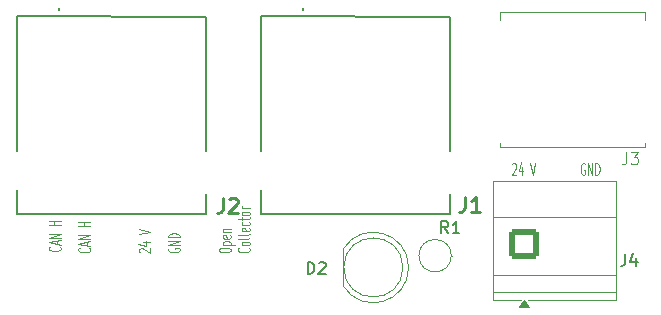
<source format=gbr>
G04 #@! TF.GenerationSoftware,KiCad,Pcbnew,9.0.1*
G04 #@! TF.CreationDate,2025-11-10T23:51:25+01:00*
G04 #@! TF.ProjectId,CAN Tram Adapter,43414e20-5472-4616-9d20-416461707465,rev?*
G04 #@! TF.SameCoordinates,Original*
G04 #@! TF.FileFunction,Legend,Top*
G04 #@! TF.FilePolarity,Positive*
%FSLAX46Y46*%
G04 Gerber Fmt 4.6, Leading zero omitted, Abs format (unit mm)*
G04 Created by KiCad (PCBNEW 9.0.1) date 2025-11-10 23:51:25*
%MOMM*%
%LPD*%
G01*
G04 APERTURE LIST*
G04 Aperture macros list*
%AMRoundRect*
0 Rectangle with rounded corners*
0 $1 Rounding radius*
0 $2 $3 $4 $5 $6 $7 $8 $9 X,Y pos of 4 corners*
0 Add a 4 corners polygon primitive as box body*
4,1,4,$2,$3,$4,$5,$6,$7,$8,$9,$2,$3,0*
0 Add four circle primitives for the rounded corners*
1,1,$1+$1,$2,$3*
1,1,$1+$1,$4,$5*
1,1,$1+$1,$6,$7*
1,1,$1+$1,$8,$9*
0 Add four rect primitives between the rounded corners*
20,1,$1+$1,$2,$3,$4,$5,0*
20,1,$1+$1,$4,$5,$6,$7,0*
20,1,$1+$1,$6,$7,$8,$9,0*
20,1,$1+$1,$8,$9,$2,$3,0*%
G04 Aperture macros list end*
%ADD10C,0.100000*%
%ADD11C,0.254000*%
%ADD12C,0.150000*%
%ADD13C,0.200000*%
%ADD14C,0.120000*%
%ADD15R,1.700000X1.700000*%
%ADD16C,1.700000*%
%ADD17C,3.200000*%
%ADD18C,2.550000*%
%ADD19C,1.400000*%
%ADD20R,1.400000X1.400000*%
%ADD21C,1.800000*%
%ADD22C,1.000000*%
%ADD23C,1.600000*%
%ADD24O,1.600000X1.600000*%
%ADD25RoundRect,0.250000X-1.050000X-1.050000X1.050000X-1.050000X1.050000X1.050000X-1.050000X1.050000X0*%
%ADD26C,2.600000*%
%ADD27R,1.800000X1.800000*%
G04 APERTURE END LIST*
D10*
X128122931Y-80705038D02*
X128065789Y-80657419D01*
X128065789Y-80657419D02*
X127980074Y-80657419D01*
X127980074Y-80657419D02*
X127894360Y-80705038D01*
X127894360Y-80705038D02*
X127837217Y-80800276D01*
X127837217Y-80800276D02*
X127808646Y-80895514D01*
X127808646Y-80895514D02*
X127780074Y-81085990D01*
X127780074Y-81085990D02*
X127780074Y-81228847D01*
X127780074Y-81228847D02*
X127808646Y-81419323D01*
X127808646Y-81419323D02*
X127837217Y-81514561D01*
X127837217Y-81514561D02*
X127894360Y-81609800D01*
X127894360Y-81609800D02*
X127980074Y-81657419D01*
X127980074Y-81657419D02*
X128037217Y-81657419D01*
X128037217Y-81657419D02*
X128122931Y-81609800D01*
X128122931Y-81609800D02*
X128151503Y-81562180D01*
X128151503Y-81562180D02*
X128151503Y-81228847D01*
X128151503Y-81228847D02*
X128037217Y-81228847D01*
X128408646Y-81657419D02*
X128408646Y-80657419D01*
X128408646Y-80657419D02*
X128751503Y-81657419D01*
X128751503Y-81657419D02*
X128751503Y-80657419D01*
X129037217Y-81657419D02*
X129037217Y-80657419D01*
X129037217Y-80657419D02*
X129180074Y-80657419D01*
X129180074Y-80657419D02*
X129265788Y-80705038D01*
X129265788Y-80705038D02*
X129322931Y-80800276D01*
X129322931Y-80800276D02*
X129351502Y-80895514D01*
X129351502Y-80895514D02*
X129380074Y-81085990D01*
X129380074Y-81085990D02*
X129380074Y-81228847D01*
X129380074Y-81228847D02*
X129351502Y-81419323D01*
X129351502Y-81419323D02*
X129322931Y-81514561D01*
X129322931Y-81514561D02*
X129265788Y-81609800D01*
X129265788Y-81609800D02*
X129180074Y-81657419D01*
X129180074Y-81657419D02*
X129037217Y-81657419D01*
X121980074Y-80752657D02*
X122008646Y-80705038D01*
X122008646Y-80705038D02*
X122065789Y-80657419D01*
X122065789Y-80657419D02*
X122208646Y-80657419D01*
X122208646Y-80657419D02*
X122265789Y-80705038D01*
X122265789Y-80705038D02*
X122294360Y-80752657D01*
X122294360Y-80752657D02*
X122322931Y-80847895D01*
X122322931Y-80847895D02*
X122322931Y-80943133D01*
X122322931Y-80943133D02*
X122294360Y-81085990D01*
X122294360Y-81085990D02*
X121951503Y-81657419D01*
X121951503Y-81657419D02*
X122322931Y-81657419D01*
X122837218Y-80990752D02*
X122837218Y-81657419D01*
X122694360Y-80609800D02*
X122551503Y-81324085D01*
X122551503Y-81324085D02*
X122922932Y-81324085D01*
X123522932Y-80657419D02*
X123722932Y-81657419D01*
X123722932Y-81657419D02*
X123922932Y-80657419D01*
X97152447Y-88077068D02*
X97152447Y-87962782D01*
X97152447Y-87962782D02*
X97200066Y-87905639D01*
X97200066Y-87905639D02*
X97295304Y-87848496D01*
X97295304Y-87848496D02*
X97485780Y-87819925D01*
X97485780Y-87819925D02*
X97819113Y-87819925D01*
X97819113Y-87819925D02*
X98009589Y-87848496D01*
X98009589Y-87848496D02*
X98104828Y-87905639D01*
X98104828Y-87905639D02*
X98152447Y-87962782D01*
X98152447Y-87962782D02*
X98152447Y-88077068D01*
X98152447Y-88077068D02*
X98104828Y-88134211D01*
X98104828Y-88134211D02*
X98009589Y-88191353D01*
X98009589Y-88191353D02*
X97819113Y-88219925D01*
X97819113Y-88219925D02*
X97485780Y-88219925D01*
X97485780Y-88219925D02*
X97295304Y-88191353D01*
X97295304Y-88191353D02*
X97200066Y-88134211D01*
X97200066Y-88134211D02*
X97152447Y-88077068D01*
X97485780Y-87562782D02*
X98485780Y-87562782D01*
X97533399Y-87562782D02*
X97485780Y-87505640D01*
X97485780Y-87505640D02*
X97485780Y-87391354D01*
X97485780Y-87391354D02*
X97533399Y-87334211D01*
X97533399Y-87334211D02*
X97581018Y-87305640D01*
X97581018Y-87305640D02*
X97676256Y-87277068D01*
X97676256Y-87277068D02*
X97961970Y-87277068D01*
X97961970Y-87277068D02*
X98057208Y-87305640D01*
X98057208Y-87305640D02*
X98104828Y-87334211D01*
X98104828Y-87334211D02*
X98152447Y-87391354D01*
X98152447Y-87391354D02*
X98152447Y-87505640D01*
X98152447Y-87505640D02*
X98104828Y-87562782D01*
X98104828Y-86791354D02*
X98152447Y-86848497D01*
X98152447Y-86848497D02*
X98152447Y-86962783D01*
X98152447Y-86962783D02*
X98104828Y-87019925D01*
X98104828Y-87019925D02*
X98009589Y-87048497D01*
X98009589Y-87048497D02*
X97628637Y-87048497D01*
X97628637Y-87048497D02*
X97533399Y-87019925D01*
X97533399Y-87019925D02*
X97485780Y-86962783D01*
X97485780Y-86962783D02*
X97485780Y-86848497D01*
X97485780Y-86848497D02*
X97533399Y-86791354D01*
X97533399Y-86791354D02*
X97628637Y-86762783D01*
X97628637Y-86762783D02*
X97723875Y-86762783D01*
X97723875Y-86762783D02*
X97819113Y-87048497D01*
X97485780Y-86505639D02*
X98152447Y-86505639D01*
X97581018Y-86505639D02*
X97533399Y-86477068D01*
X97533399Y-86477068D02*
X97485780Y-86419925D01*
X97485780Y-86419925D02*
X97485780Y-86334211D01*
X97485780Y-86334211D02*
X97533399Y-86277068D01*
X97533399Y-86277068D02*
X97628637Y-86248497D01*
X97628637Y-86248497D02*
X98152447Y-86248497D01*
X99667152Y-87848496D02*
X99714772Y-87877068D01*
X99714772Y-87877068D02*
X99762391Y-87962782D01*
X99762391Y-87962782D02*
X99762391Y-88019925D01*
X99762391Y-88019925D02*
X99714772Y-88105639D01*
X99714772Y-88105639D02*
X99619533Y-88162782D01*
X99619533Y-88162782D02*
X99524295Y-88191353D01*
X99524295Y-88191353D02*
X99333819Y-88219925D01*
X99333819Y-88219925D02*
X99190962Y-88219925D01*
X99190962Y-88219925D02*
X99000486Y-88191353D01*
X99000486Y-88191353D02*
X98905248Y-88162782D01*
X98905248Y-88162782D02*
X98810010Y-88105639D01*
X98810010Y-88105639D02*
X98762391Y-88019925D01*
X98762391Y-88019925D02*
X98762391Y-87962782D01*
X98762391Y-87962782D02*
X98810010Y-87877068D01*
X98810010Y-87877068D02*
X98857629Y-87848496D01*
X99762391Y-87505639D02*
X99714772Y-87562782D01*
X99714772Y-87562782D02*
X99667152Y-87591353D01*
X99667152Y-87591353D02*
X99571914Y-87619925D01*
X99571914Y-87619925D02*
X99286200Y-87619925D01*
X99286200Y-87619925D02*
X99190962Y-87591353D01*
X99190962Y-87591353D02*
X99143343Y-87562782D01*
X99143343Y-87562782D02*
X99095724Y-87505639D01*
X99095724Y-87505639D02*
X99095724Y-87419925D01*
X99095724Y-87419925D02*
X99143343Y-87362782D01*
X99143343Y-87362782D02*
X99190962Y-87334211D01*
X99190962Y-87334211D02*
X99286200Y-87305639D01*
X99286200Y-87305639D02*
X99571914Y-87305639D01*
X99571914Y-87305639D02*
X99667152Y-87334211D01*
X99667152Y-87334211D02*
X99714772Y-87362782D01*
X99714772Y-87362782D02*
X99762391Y-87419925D01*
X99762391Y-87419925D02*
X99762391Y-87505639D01*
X99762391Y-86962782D02*
X99714772Y-87019925D01*
X99714772Y-87019925D02*
X99619533Y-87048496D01*
X99619533Y-87048496D02*
X98762391Y-87048496D01*
X99762391Y-86648496D02*
X99714772Y-86705639D01*
X99714772Y-86705639D02*
X99619533Y-86734210D01*
X99619533Y-86734210D02*
X98762391Y-86734210D01*
X99714772Y-86191353D02*
X99762391Y-86248496D01*
X99762391Y-86248496D02*
X99762391Y-86362782D01*
X99762391Y-86362782D02*
X99714772Y-86419924D01*
X99714772Y-86419924D02*
X99619533Y-86448496D01*
X99619533Y-86448496D02*
X99238581Y-86448496D01*
X99238581Y-86448496D02*
X99143343Y-86419924D01*
X99143343Y-86419924D02*
X99095724Y-86362782D01*
X99095724Y-86362782D02*
X99095724Y-86248496D01*
X99095724Y-86248496D02*
X99143343Y-86191353D01*
X99143343Y-86191353D02*
X99238581Y-86162782D01*
X99238581Y-86162782D02*
X99333819Y-86162782D01*
X99333819Y-86162782D02*
X99429057Y-86448496D01*
X99714772Y-85648496D02*
X99762391Y-85705638D01*
X99762391Y-85705638D02*
X99762391Y-85819924D01*
X99762391Y-85819924D02*
X99714772Y-85877067D01*
X99714772Y-85877067D02*
X99667152Y-85905638D01*
X99667152Y-85905638D02*
X99571914Y-85934210D01*
X99571914Y-85934210D02*
X99286200Y-85934210D01*
X99286200Y-85934210D02*
X99190962Y-85905638D01*
X99190962Y-85905638D02*
X99143343Y-85877067D01*
X99143343Y-85877067D02*
X99095724Y-85819924D01*
X99095724Y-85819924D02*
X99095724Y-85705638D01*
X99095724Y-85705638D02*
X99143343Y-85648496D01*
X99095724Y-85477067D02*
X99095724Y-85248495D01*
X98762391Y-85391352D02*
X99619533Y-85391352D01*
X99619533Y-85391352D02*
X99714772Y-85362781D01*
X99714772Y-85362781D02*
X99762391Y-85305638D01*
X99762391Y-85305638D02*
X99762391Y-85248495D01*
X99762391Y-84962781D02*
X99714772Y-85019924D01*
X99714772Y-85019924D02*
X99667152Y-85048495D01*
X99667152Y-85048495D02*
X99571914Y-85077067D01*
X99571914Y-85077067D02*
X99286200Y-85077067D01*
X99286200Y-85077067D02*
X99190962Y-85048495D01*
X99190962Y-85048495D02*
X99143343Y-85019924D01*
X99143343Y-85019924D02*
X99095724Y-84962781D01*
X99095724Y-84962781D02*
X99095724Y-84877067D01*
X99095724Y-84877067D02*
X99143343Y-84819924D01*
X99143343Y-84819924D02*
X99190962Y-84791353D01*
X99190962Y-84791353D02*
X99286200Y-84762781D01*
X99286200Y-84762781D02*
X99571914Y-84762781D01*
X99571914Y-84762781D02*
X99667152Y-84791353D01*
X99667152Y-84791353D02*
X99714772Y-84819924D01*
X99714772Y-84819924D02*
X99762391Y-84877067D01*
X99762391Y-84877067D02*
X99762391Y-84962781D01*
X99762391Y-84505638D02*
X99095724Y-84505638D01*
X99286200Y-84505638D02*
X99190962Y-84477067D01*
X99190962Y-84477067D02*
X99143343Y-84448496D01*
X99143343Y-84448496D02*
X99095724Y-84391353D01*
X99095724Y-84391353D02*
X99095724Y-84334210D01*
X92905038Y-87877068D02*
X92857419Y-87934211D01*
X92857419Y-87934211D02*
X92857419Y-88019925D01*
X92857419Y-88019925D02*
X92905038Y-88105639D01*
X92905038Y-88105639D02*
X93000276Y-88162782D01*
X93000276Y-88162782D02*
X93095514Y-88191353D01*
X93095514Y-88191353D02*
X93285990Y-88219925D01*
X93285990Y-88219925D02*
X93428847Y-88219925D01*
X93428847Y-88219925D02*
X93619323Y-88191353D01*
X93619323Y-88191353D02*
X93714561Y-88162782D01*
X93714561Y-88162782D02*
X93809800Y-88105639D01*
X93809800Y-88105639D02*
X93857419Y-88019925D01*
X93857419Y-88019925D02*
X93857419Y-87962782D01*
X93857419Y-87962782D02*
X93809800Y-87877068D01*
X93809800Y-87877068D02*
X93762180Y-87848496D01*
X93762180Y-87848496D02*
X93428847Y-87848496D01*
X93428847Y-87848496D02*
X93428847Y-87962782D01*
X93857419Y-87591353D02*
X92857419Y-87591353D01*
X92857419Y-87591353D02*
X93857419Y-87248496D01*
X93857419Y-87248496D02*
X92857419Y-87248496D01*
X93857419Y-86962782D02*
X92857419Y-86962782D01*
X92857419Y-86962782D02*
X92857419Y-86819925D01*
X92857419Y-86819925D02*
X92905038Y-86734211D01*
X92905038Y-86734211D02*
X93000276Y-86677068D01*
X93000276Y-86677068D02*
X93095514Y-86648497D01*
X93095514Y-86648497D02*
X93285990Y-86619925D01*
X93285990Y-86619925D02*
X93428847Y-86619925D01*
X93428847Y-86619925D02*
X93619323Y-86648497D01*
X93619323Y-86648497D02*
X93714561Y-86677068D01*
X93714561Y-86677068D02*
X93809800Y-86734211D01*
X93809800Y-86734211D02*
X93857419Y-86819925D01*
X93857419Y-86819925D02*
X93857419Y-86962782D01*
X90452657Y-88219925D02*
X90405038Y-88191353D01*
X90405038Y-88191353D02*
X90357419Y-88134211D01*
X90357419Y-88134211D02*
X90357419Y-87991353D01*
X90357419Y-87991353D02*
X90405038Y-87934211D01*
X90405038Y-87934211D02*
X90452657Y-87905639D01*
X90452657Y-87905639D02*
X90547895Y-87877068D01*
X90547895Y-87877068D02*
X90643133Y-87877068D01*
X90643133Y-87877068D02*
X90785990Y-87905639D01*
X90785990Y-87905639D02*
X91357419Y-88248496D01*
X91357419Y-88248496D02*
X91357419Y-87877068D01*
X90690752Y-87362782D02*
X91357419Y-87362782D01*
X90309800Y-87505639D02*
X91024085Y-87648496D01*
X91024085Y-87648496D02*
X91024085Y-87277067D01*
X90357419Y-86677067D02*
X91357419Y-86477067D01*
X91357419Y-86477067D02*
X90357419Y-86277067D01*
X86162180Y-87848496D02*
X86209800Y-87877068D01*
X86209800Y-87877068D02*
X86257419Y-87962782D01*
X86257419Y-87962782D02*
X86257419Y-88019925D01*
X86257419Y-88019925D02*
X86209800Y-88105639D01*
X86209800Y-88105639D02*
X86114561Y-88162782D01*
X86114561Y-88162782D02*
X86019323Y-88191353D01*
X86019323Y-88191353D02*
X85828847Y-88219925D01*
X85828847Y-88219925D02*
X85685990Y-88219925D01*
X85685990Y-88219925D02*
X85495514Y-88191353D01*
X85495514Y-88191353D02*
X85400276Y-88162782D01*
X85400276Y-88162782D02*
X85305038Y-88105639D01*
X85305038Y-88105639D02*
X85257419Y-88019925D01*
X85257419Y-88019925D02*
X85257419Y-87962782D01*
X85257419Y-87962782D02*
X85305038Y-87877068D01*
X85305038Y-87877068D02*
X85352657Y-87848496D01*
X85971704Y-87619925D02*
X85971704Y-87334211D01*
X86257419Y-87677068D02*
X85257419Y-87477068D01*
X85257419Y-87477068D02*
X86257419Y-87277068D01*
X86257419Y-87077067D02*
X85257419Y-87077067D01*
X85257419Y-87077067D02*
X86257419Y-86734210D01*
X86257419Y-86734210D02*
X85257419Y-86734210D01*
X86257419Y-85991353D02*
X85257419Y-85991353D01*
X85733609Y-85991353D02*
X85733609Y-85648496D01*
X86257419Y-85648496D02*
X85257419Y-85648496D01*
X83662180Y-87748496D02*
X83709800Y-87777068D01*
X83709800Y-87777068D02*
X83757419Y-87862782D01*
X83757419Y-87862782D02*
X83757419Y-87919925D01*
X83757419Y-87919925D02*
X83709800Y-88005639D01*
X83709800Y-88005639D02*
X83614561Y-88062782D01*
X83614561Y-88062782D02*
X83519323Y-88091353D01*
X83519323Y-88091353D02*
X83328847Y-88119925D01*
X83328847Y-88119925D02*
X83185990Y-88119925D01*
X83185990Y-88119925D02*
X82995514Y-88091353D01*
X82995514Y-88091353D02*
X82900276Y-88062782D01*
X82900276Y-88062782D02*
X82805038Y-88005639D01*
X82805038Y-88005639D02*
X82757419Y-87919925D01*
X82757419Y-87919925D02*
X82757419Y-87862782D01*
X82757419Y-87862782D02*
X82805038Y-87777068D01*
X82805038Y-87777068D02*
X82852657Y-87748496D01*
X83471704Y-87519925D02*
X83471704Y-87234211D01*
X83757419Y-87577068D02*
X82757419Y-87377068D01*
X82757419Y-87377068D02*
X83757419Y-87177068D01*
X83757419Y-86977067D02*
X82757419Y-86977067D01*
X82757419Y-86977067D02*
X83757419Y-86634210D01*
X83757419Y-86634210D02*
X82757419Y-86634210D01*
X83757419Y-85891353D02*
X82757419Y-85891353D01*
X83233609Y-85891353D02*
X83233609Y-85548496D01*
X83757419Y-85548496D02*
X82757419Y-85548496D01*
D11*
X117976667Y-83504318D02*
X117976667Y-84411461D01*
X117976667Y-84411461D02*
X117916190Y-84592889D01*
X117916190Y-84592889D02*
X117795238Y-84713842D01*
X117795238Y-84713842D02*
X117613809Y-84774318D01*
X117613809Y-84774318D02*
X117492857Y-84774318D01*
X119246667Y-84774318D02*
X118520952Y-84774318D01*
X118883809Y-84774318D02*
X118883809Y-83504318D01*
X118883809Y-83504318D02*
X118762857Y-83685746D01*
X118762857Y-83685746D02*
X118641905Y-83806699D01*
X118641905Y-83806699D02*
X118520952Y-83867175D01*
X97476667Y-83604318D02*
X97476667Y-84511461D01*
X97476667Y-84511461D02*
X97416190Y-84692889D01*
X97416190Y-84692889D02*
X97295238Y-84813842D01*
X97295238Y-84813842D02*
X97113809Y-84874318D01*
X97113809Y-84874318D02*
X96992857Y-84874318D01*
X98020952Y-83725270D02*
X98081428Y-83664794D01*
X98081428Y-83664794D02*
X98202381Y-83604318D01*
X98202381Y-83604318D02*
X98504762Y-83604318D01*
X98504762Y-83604318D02*
X98625714Y-83664794D01*
X98625714Y-83664794D02*
X98686190Y-83725270D01*
X98686190Y-83725270D02*
X98746667Y-83846222D01*
X98746667Y-83846222D02*
X98746667Y-83967175D01*
X98746667Y-83967175D02*
X98686190Y-84148603D01*
X98686190Y-84148603D02*
X97960476Y-84874318D01*
X97960476Y-84874318D02*
X98746667Y-84874318D01*
D10*
X131641666Y-79757419D02*
X131641666Y-80471704D01*
X131641666Y-80471704D02*
X131594047Y-80614561D01*
X131594047Y-80614561D02*
X131498809Y-80709800D01*
X131498809Y-80709800D02*
X131355952Y-80757419D01*
X131355952Y-80757419D02*
X131260714Y-80757419D01*
X132022619Y-79757419D02*
X132641666Y-79757419D01*
X132641666Y-79757419D02*
X132308333Y-80138371D01*
X132308333Y-80138371D02*
X132451190Y-80138371D01*
X132451190Y-80138371D02*
X132546428Y-80185990D01*
X132546428Y-80185990D02*
X132594047Y-80233609D01*
X132594047Y-80233609D02*
X132641666Y-80328847D01*
X132641666Y-80328847D02*
X132641666Y-80566942D01*
X132641666Y-80566942D02*
X132594047Y-80662180D01*
X132594047Y-80662180D02*
X132546428Y-80709800D01*
X132546428Y-80709800D02*
X132451190Y-80757419D01*
X132451190Y-80757419D02*
X132165476Y-80757419D01*
X132165476Y-80757419D02*
X132070238Y-80709800D01*
X132070238Y-80709800D02*
X132022619Y-80662180D01*
D12*
X116563333Y-86584819D02*
X116230000Y-86108628D01*
X115991905Y-86584819D02*
X115991905Y-85584819D01*
X115991905Y-85584819D02*
X116372857Y-85584819D01*
X116372857Y-85584819D02*
X116468095Y-85632438D01*
X116468095Y-85632438D02*
X116515714Y-85680057D01*
X116515714Y-85680057D02*
X116563333Y-85775295D01*
X116563333Y-85775295D02*
X116563333Y-85918152D01*
X116563333Y-85918152D02*
X116515714Y-86013390D01*
X116515714Y-86013390D02*
X116468095Y-86061009D01*
X116468095Y-86061009D02*
X116372857Y-86108628D01*
X116372857Y-86108628D02*
X115991905Y-86108628D01*
X117515714Y-86584819D02*
X116944286Y-86584819D01*
X117230000Y-86584819D02*
X117230000Y-85584819D01*
X117230000Y-85584819D02*
X117134762Y-85727676D01*
X117134762Y-85727676D02*
X117039524Y-85822914D01*
X117039524Y-85822914D02*
X116944286Y-85870533D01*
X131566666Y-88354819D02*
X131566666Y-89069104D01*
X131566666Y-89069104D02*
X131519047Y-89211961D01*
X131519047Y-89211961D02*
X131423809Y-89307200D01*
X131423809Y-89307200D02*
X131280952Y-89354819D01*
X131280952Y-89354819D02*
X131185714Y-89354819D01*
X132471428Y-88688152D02*
X132471428Y-89354819D01*
X132233333Y-88307200D02*
X131995238Y-89021485D01*
X131995238Y-89021485D02*
X132614285Y-89021485D01*
X104661905Y-90054819D02*
X104661905Y-89054819D01*
X104661905Y-89054819D02*
X104900000Y-89054819D01*
X104900000Y-89054819D02*
X105042857Y-89102438D01*
X105042857Y-89102438D02*
X105138095Y-89197676D01*
X105138095Y-89197676D02*
X105185714Y-89292914D01*
X105185714Y-89292914D02*
X105233333Y-89483390D01*
X105233333Y-89483390D02*
X105233333Y-89626247D01*
X105233333Y-89626247D02*
X105185714Y-89816723D01*
X105185714Y-89816723D02*
X105138095Y-89911961D01*
X105138095Y-89911961D02*
X105042857Y-90007200D01*
X105042857Y-90007200D02*
X104900000Y-90054819D01*
X104900000Y-90054819D02*
X104661905Y-90054819D01*
X105614286Y-89150057D02*
X105661905Y-89102438D01*
X105661905Y-89102438D02*
X105757143Y-89054819D01*
X105757143Y-89054819D02*
X105995238Y-89054819D01*
X105995238Y-89054819D02*
X106090476Y-89102438D01*
X106090476Y-89102438D02*
X106138095Y-89150057D01*
X106138095Y-89150057D02*
X106185714Y-89245295D01*
X106185714Y-89245295D02*
X106185714Y-89340533D01*
X106185714Y-89340533D02*
X106138095Y-89483390D01*
X106138095Y-89483390D02*
X105566667Y-90054819D01*
X105566667Y-90054819D02*
X106185714Y-90054819D01*
D13*
X104290000Y-67700000D02*
G75*
G02*
X104290000Y-67600000I0J50000D01*
G01*
X104290000Y-67600000D02*
G75*
G02*
X104290000Y-67700000I0J-50000D01*
G01*
X104290000Y-67700000D02*
G75*
G02*
X104290000Y-67600000I0J50000D01*
G01*
X104290000Y-67600000D02*
X104290000Y-67600000D01*
X104290000Y-67700000D02*
X104290000Y-67700000D01*
X104290000Y-67600000D02*
X104290000Y-67600000D01*
X100735000Y-84950000D02*
X100735000Y-82960000D01*
X116735000Y-84950000D02*
X100735000Y-84950000D01*
X116735000Y-83260000D02*
X116735000Y-84950000D01*
X116735000Y-68260000D02*
X116735000Y-79660000D01*
X100735000Y-68250000D02*
X116735000Y-68260000D01*
X100735000Y-79660000D02*
X100735000Y-68250000D01*
X83610000Y-67700000D02*
G75*
G02*
X83610000Y-67600000I0J50000D01*
G01*
X83610000Y-67600000D02*
G75*
G02*
X83610000Y-67700000I0J-50000D01*
G01*
X83610000Y-67700000D02*
G75*
G02*
X83610000Y-67600000I0J50000D01*
G01*
X83610000Y-67600000D02*
X83610000Y-67600000D01*
X83610000Y-67700000D02*
X83610000Y-67700000D01*
X83610000Y-67600000D02*
X83610000Y-67600000D01*
X80055000Y-84950000D02*
X80055000Y-82960000D01*
X96055000Y-84950000D02*
X80055000Y-84950000D01*
X96055000Y-83260000D02*
X96055000Y-84950000D01*
X96055000Y-68260000D02*
X96055000Y-79660000D01*
X80055000Y-68250000D02*
X96055000Y-68260000D01*
X80055000Y-79660000D02*
X80055000Y-68250000D01*
D10*
X133255000Y-79335000D02*
X120955000Y-79335000D01*
X133255000Y-78935000D02*
X133255000Y-79335000D01*
X133255000Y-67835000D02*
X133255000Y-68535000D01*
X120955000Y-79335000D02*
X120955000Y-78935000D01*
X120955000Y-68535000D02*
X120955000Y-67835000D01*
X120955000Y-67835000D02*
X133255000Y-67835000D01*
D14*
X116830000Y-88500000D02*
X116900000Y-88500000D01*
X116830000Y-88500000D02*
G75*
G02*
X114090000Y-88500000I-1370000J0D01*
G01*
X114090000Y-88500000D02*
G75*
G02*
X116830000Y-88500000I1370000J0D01*
G01*
X120340000Y-82180000D02*
X120340000Y-92220000D01*
X120340000Y-82180000D02*
X130740000Y-82180000D01*
X120340000Y-85200000D02*
X130740000Y-85200000D01*
X120340000Y-90100000D02*
X130740000Y-90100000D01*
X120340000Y-91600000D02*
X130740000Y-91600000D01*
X120340000Y-92220000D02*
X122700000Y-92220000D01*
X123300000Y-92220000D02*
X130740000Y-92220000D01*
X130740000Y-82180000D02*
X130740000Y-92220000D01*
X123440000Y-92830000D02*
X122560000Y-92830000D01*
X123000000Y-92220000D01*
X123440000Y-92830000D01*
G36*
X123440000Y-92830000D02*
G01*
X122560000Y-92830000D01*
X123000000Y-92220000D01*
X123440000Y-92830000D01*
G37*
X107670000Y-87955000D02*
X107670000Y-91045000D01*
X107670000Y-87955170D02*
G75*
G02*
X113220000Y-89499952I2560000J-1544830D01*
G01*
X113220000Y-89500048D02*
G75*
G02*
X107670000Y-91044830I-2990000J48D01*
G01*
X112730000Y-89500000D02*
G75*
G02*
X107730000Y-89500000I-2500000J0D01*
G01*
X107730000Y-89500000D02*
G75*
G02*
X112730000Y-89500000I2500000J0D01*
G01*
%LPC*%
D15*
X83220000Y-89500000D03*
D16*
X85760000Y-89500000D03*
X88300000Y-89500000D03*
X90840000Y-89500000D03*
X93380000Y-89500000D03*
X95920000Y-89500000D03*
X98460000Y-89500000D03*
X101000000Y-89500000D03*
D17*
X114450000Y-78350000D03*
X103020000Y-78350000D03*
D18*
X116610000Y-81400000D03*
X100860000Y-81400000D03*
D19*
X113180000Y-69460000D03*
X111910000Y-72000000D03*
X110640000Y-69460000D03*
X109370000Y-72000000D03*
X108100000Y-69460000D03*
X106830000Y-72000000D03*
X105560000Y-69460000D03*
D20*
X104290000Y-72000000D03*
D17*
X93770000Y-78350000D03*
X82340000Y-78350000D03*
D18*
X95930000Y-81400000D03*
X80180000Y-81400000D03*
D19*
X92500000Y-69460000D03*
X91230000Y-72000000D03*
X89960000Y-69460000D03*
X88690000Y-72000000D03*
X87420000Y-69460000D03*
X86150000Y-72000000D03*
X84880000Y-69460000D03*
D20*
X83610000Y-72000000D03*
D21*
X128355000Y-75135000D03*
X125805000Y-75135000D03*
X125805000Y-71935000D03*
X128355000Y-71935000D03*
D22*
X133125000Y-74645000D03*
X121085000Y-74645000D03*
D23*
X115460000Y-88500000D03*
D24*
X118000000Y-88500000D03*
D25*
X123000000Y-87500000D03*
D26*
X128080000Y-87500000D03*
D27*
X108960000Y-89500000D03*
D21*
X111500000Y-89500000D03*
%LPD*%
M02*

</source>
